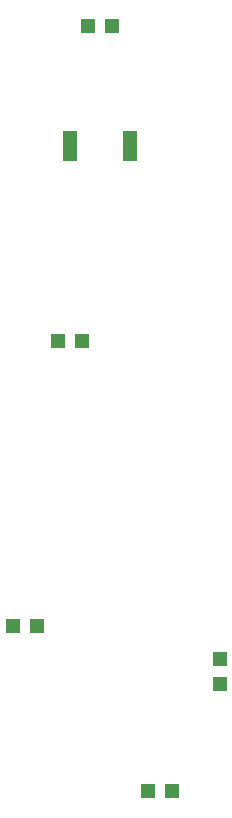
<source format=gbr>
G04 EAGLE Gerber RS-274X export*
G75*
%MOMM*%
%FSLAX34Y34*%
%LPD*%
%INSolderpaste Bottom*%
%IPPOS*%
%AMOC8*
5,1,8,0,0,1.08239X$1,22.5*%
G01*
%ADD10R,1.270000X2.540000*%
%ADD11R,1.200000X1.200000*%


D10*
X508000Y736600D03*
X457200Y736600D03*
D11*
X472100Y838200D03*
X493100Y838200D03*
X446700Y571500D03*
X467700Y571500D03*
X408600Y330200D03*
X429600Y330200D03*
X584200Y302600D03*
X584200Y281600D03*
X543900Y190500D03*
X522900Y190500D03*
M02*

</source>
